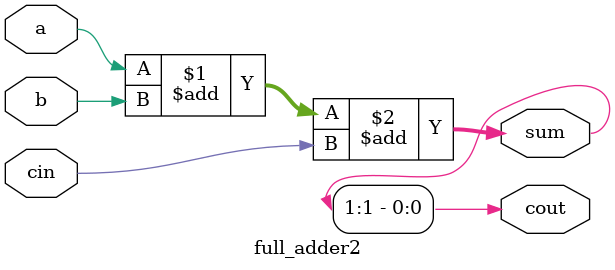
<source format=v>
module top_module( 
    input [99:0] a, b,
    input cin,
    output [99:0] cout,
    output [99:0] sum );
    
    // Creating a 100 bit binary ripple carry adder via 100 full adder instantiations
    // We are adding two 100 bit numbers, therfore there are 200 bits in total and
    // since our full adder deals with 2 bits at a time (200 bits / (2 bits / 1 FA))) we need 100 full adder instantiations
    // 2BFA : 2 Bit Full Adder
    // Below is a visualization of the 100 bit ripple carry adder chain we are implementing
    //         ___________                  ___________                                 ___________
    //         |2BFA_0   |                  |2BFA_1   |                  .....          |2BFA_99  |
    // cin  -> |cin  cout|--cout[0]------->	|cin  cout|--cout[1]-------> ..... -------> |cin  cout|--cout[99]------->
    // a[0] -> |a    sum |->sum[0]	a[1] -> |a    sum |->sum[1]          ..... a[98] -> |a    sum |->sum[99]
    // b[0] -> |b        |          b[1] ->	|b        |                  ..... b[98] -> |b        |
    //         |_________|                  |_________|                  .....          |_________|
    //
    // In order to create the above configuration in a neatly packaged for loop we need to think about how we handle our cin and couts.
    // Our for loop can create as many copies of our 2 bit full adder as we'd like but how can we handle the initial cin into
    // our first FA, followed by the cout[i] feeding into the next FA's cin (cin[i+1]), ending with the final cout?
    // Every cout of every FA is 1 bit, so 100 FA's * 1 bit = 100 bits. We also need to take into account the initial cin which is 1 bit.
    // 1 bit (cin) + 100 bits (cout bits from each FA) = 101 bits 
    // With this in mind can create a 101 wire vector to stagger the vector by an index of 1.
    // @ i = 0 the wire vector has our cin value and is the cin for our first FA
    // The first FAs cout is assigned to the idx 0 of the 100bit cout vector, which is the 1st idx (2nd position) of the carry vector
    // @ i = 1, the second FAs cout drives idx 1 of the 100bit cout vector, which is idx 2 (3rd position) of the carry vector
    // and so on...
    // 
    // Implementing our design below
    //
    // carry wire vector consists of: [cout[99], cout[98], ..., cout[0], cin]
    //
    // carry = [cin,             cout[0],                    cout[1],..........., cout[98],              cout[99] ]
    //           |               ^    |                      ^    |               ^     |                ^     |
    //           |  ___________  |    |         ___________  |    |               |     |   ___________  |     |
    //           |  |2BFA_0   |  |    |         |2BFA_1   |  |    |          .... |     |   |2BFA_99  |  |     |
    //           -> |cin  cout|---    --------->|cin  cout|---    ---------> ....-      --> |cin  cout|--- 	   --------->
    //      a[0] -> |a    sum |->sum[0] a[1] -> |a    sum |->sum[1]          ..... a[98] -> |a    sum |->sum[99]
    //      b[0] -> |b        |         b[1] -> |b        |                  ..... b[98] -> |b        |
    //              |_________|                 |_________|                  .....          |_________|

    
    // creating a 100 + 1 bit wide in order to accodomate the final carry out bit from the 100th full adder 
    wire [100:0] carry; 
    assign carry = {cout, cin}; // creating a 100 + 1 bit wire via concatenation
    
    genvar i;
    generate
        for (i = 0; i < 100; i = i + 1) begin : rip_carr_addr100 // the gen blocks name
            full_adder2 fa2(.a(a[i]),
                            .b(b[i]),
                            .cin(carry[i]),
                            .sum(sum[i]),
                            .cout(cout[i]));    
        end
    endgenerate 

endmodule


// this is a 2 bit full adder
//        ___________
//        |2BFA     |
// cin -> |cin  cout|->
// a   -> |a    sum |->
// b   -> |b        |
//        |_________|
module full_adder2(
    input a,
    input b,
    input cin,
    output [1:0] sum,
    output cout);
    
    // sum is calculated by adding all the inputs and assigning it to our 2 bit wide sum output
    assign sum = a + b + cin; 
    
    // the carry out (cout) can be found by indexing the MSB of the sum (sum[1])
    assign cout = sum[1];
    
endmodule

</source>
